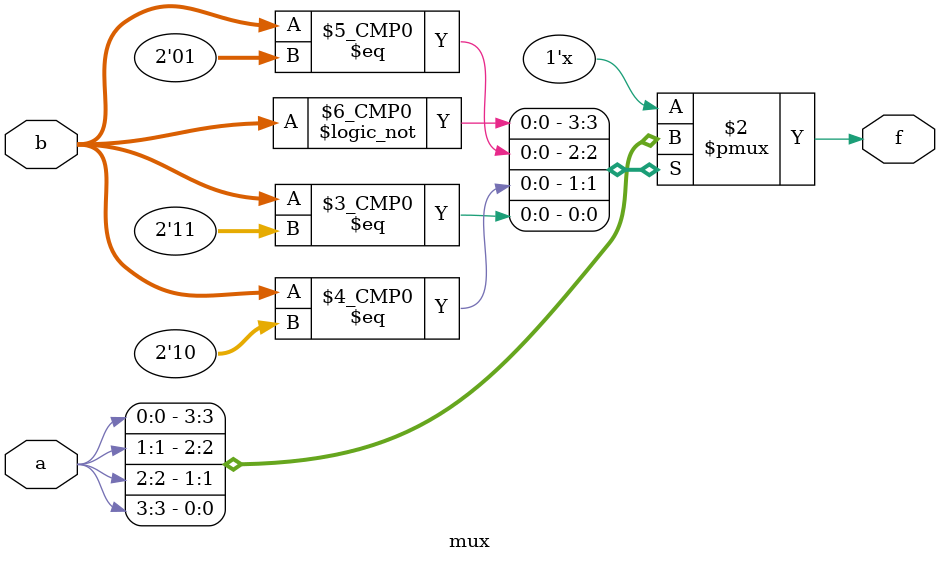
<source format=sv>
module mux (
    input logic [3:0] a,
    input logic [1:0] b,
    output logic f 
);
    always_comb begin
        case (b)
            2'b00 : f = a[0]; 
            2'b01 : f = a[1];
            2'b10 : f = a[2];
            2'b11 : f = a[3];
            default: f = 1'b0;
        endcase 
    end
endmodule
</source>
